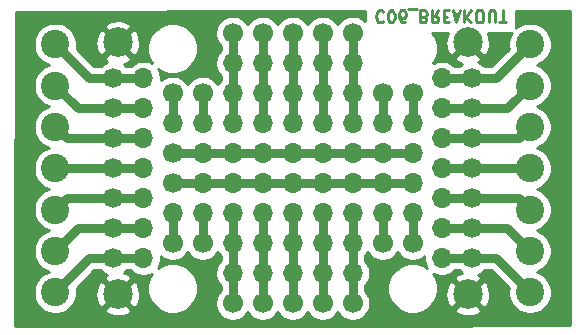
<source format=gbr>
G04 #@! TF.GenerationSoftware,KiCad,Pcbnew,5.1.5-52549c5~86~ubuntu18.04.1*
G04 #@! TF.CreationDate,2020-09-19T01:12:01-05:00*
G04 #@! TF.ProjectId,C06,4330362e-6b69-4636-9164-5f7063625858,rev?*
G04 #@! TF.SameCoordinates,Original*
G04 #@! TF.FileFunction,Copper,L2,Bot*
G04 #@! TF.FilePolarity,Positive*
%FSLAX46Y46*%
G04 Gerber Fmt 4.6, Leading zero omitted, Abs format (unit mm)*
G04 Created by KiCad (PCBNEW 5.1.5-52549c5~86~ubuntu18.04.1) date 2020-09-19 01:12:01*
%MOMM*%
%LPD*%
G04 APERTURE LIST*
%ADD10C,0.250000*%
%ADD11C,2.499360*%
%ADD12O,1.700000X1.700000*%
%ADD13C,1.700000*%
%ADD14C,2.400000*%
%ADD15C,0.750000*%
%ADD16C,0.254000*%
G04 APERTURE END LIST*
D10*
X51808666Y-20699457D02*
X51761047Y-20651838D01*
X51618190Y-20604219D01*
X51522952Y-20604219D01*
X51380095Y-20651838D01*
X51284857Y-20747076D01*
X51237238Y-20842314D01*
X51189619Y-21032790D01*
X51189619Y-21175647D01*
X51237238Y-21366123D01*
X51284857Y-21461361D01*
X51380095Y-21556600D01*
X51522952Y-21604219D01*
X51618190Y-21604219D01*
X51761047Y-21556600D01*
X51808666Y-21508980D01*
X52427714Y-21604219D02*
X52522952Y-21604219D01*
X52618190Y-21556600D01*
X52665809Y-21508980D01*
X52713428Y-21413742D01*
X52761047Y-21223266D01*
X52761047Y-20985171D01*
X52713428Y-20794695D01*
X52665809Y-20699457D01*
X52618190Y-20651838D01*
X52522952Y-20604219D01*
X52427714Y-20604219D01*
X52332476Y-20651838D01*
X52284857Y-20699457D01*
X52237238Y-20794695D01*
X52189619Y-20985171D01*
X52189619Y-21223266D01*
X52237238Y-21413742D01*
X52284857Y-21508980D01*
X52332476Y-21556600D01*
X52427714Y-21604219D01*
X53618190Y-21604219D02*
X53427714Y-21604219D01*
X53332476Y-21556600D01*
X53284857Y-21508980D01*
X53189619Y-21366123D01*
X53142000Y-21175647D01*
X53142000Y-20794695D01*
X53189619Y-20699457D01*
X53237238Y-20651838D01*
X53332476Y-20604219D01*
X53522952Y-20604219D01*
X53618190Y-20651838D01*
X53665809Y-20699457D01*
X53713428Y-20794695D01*
X53713428Y-21032790D01*
X53665809Y-21128028D01*
X53618190Y-21175647D01*
X53522952Y-21223266D01*
X53332476Y-21223266D01*
X53237238Y-21175647D01*
X53189619Y-21128028D01*
X53142000Y-21032790D01*
X53903904Y-20508980D02*
X54665809Y-20508980D01*
X55237238Y-21128028D02*
X55380095Y-21080409D01*
X55427714Y-21032790D01*
X55475333Y-20937552D01*
X55475333Y-20794695D01*
X55427714Y-20699457D01*
X55380095Y-20651838D01*
X55284857Y-20604219D01*
X54903904Y-20604219D01*
X54903904Y-21604219D01*
X55237238Y-21604219D01*
X55332476Y-21556600D01*
X55380095Y-21508980D01*
X55427714Y-21413742D01*
X55427714Y-21318504D01*
X55380095Y-21223266D01*
X55332476Y-21175647D01*
X55237238Y-21128028D01*
X54903904Y-21128028D01*
X56475333Y-20604219D02*
X56142000Y-21080409D01*
X55903904Y-20604219D02*
X55903904Y-21604219D01*
X56284857Y-21604219D01*
X56380095Y-21556600D01*
X56427714Y-21508980D01*
X56475333Y-21413742D01*
X56475333Y-21270885D01*
X56427714Y-21175647D01*
X56380095Y-21128028D01*
X56284857Y-21080409D01*
X55903904Y-21080409D01*
X56903904Y-21128028D02*
X57237238Y-21128028D01*
X57380095Y-20604219D02*
X56903904Y-20604219D01*
X56903904Y-21604219D01*
X57380095Y-21604219D01*
X57761047Y-20889933D02*
X58237238Y-20889933D01*
X57665809Y-20604219D02*
X57999142Y-21604219D01*
X58332476Y-20604219D01*
X58665809Y-20604219D02*
X58665809Y-21604219D01*
X59237238Y-20604219D02*
X58808666Y-21175647D01*
X59237238Y-21604219D02*
X58665809Y-21032790D01*
X59856285Y-21604219D02*
X60046761Y-21604219D01*
X60142000Y-21556600D01*
X60237238Y-21461361D01*
X60284857Y-21270885D01*
X60284857Y-20937552D01*
X60237238Y-20747076D01*
X60142000Y-20651838D01*
X60046761Y-20604219D01*
X59856285Y-20604219D01*
X59761047Y-20651838D01*
X59665809Y-20747076D01*
X59618190Y-20937552D01*
X59618190Y-21270885D01*
X59665809Y-21461361D01*
X59761047Y-21556600D01*
X59856285Y-21604219D01*
X60713428Y-21604219D02*
X60713428Y-20794695D01*
X60761047Y-20699457D01*
X60808666Y-20651838D01*
X60903904Y-20604219D01*
X61094380Y-20604219D01*
X61189619Y-20651838D01*
X61237238Y-20699457D01*
X61284857Y-20794695D01*
X61284857Y-21604219D01*
X61618190Y-21604219D02*
X62189619Y-21604219D01*
X61903904Y-20604219D02*
X61903904Y-21604219D01*
D11*
X58948400Y-44622800D03*
X58948400Y-23317200D03*
X29311600Y-44622800D03*
X29311600Y-23317200D03*
D12*
X49210000Y-37780000D03*
X49210000Y-40320000D03*
X49210000Y-42860000D03*
D13*
X49210000Y-45400000D03*
D12*
X46670000Y-37780000D03*
X46670000Y-40320000D03*
X46670000Y-42860000D03*
D13*
X46670000Y-45400000D03*
D12*
X44130000Y-37780000D03*
X44130000Y-40320000D03*
X44130000Y-42860000D03*
D13*
X44130000Y-45400000D03*
D12*
X41590000Y-37780000D03*
X41590000Y-40320000D03*
X41590000Y-42860000D03*
D13*
X41590000Y-45400000D03*
D12*
X39050000Y-37780000D03*
X39050000Y-40320000D03*
X39050000Y-42860000D03*
D13*
X39050000Y-45400000D03*
D12*
X49210000Y-30160000D03*
X49210000Y-27620000D03*
X49210000Y-25080000D03*
D13*
X49210000Y-22540000D03*
D12*
X46670000Y-30160000D03*
X46670000Y-27620000D03*
X46670000Y-25080000D03*
D13*
X46670000Y-22540000D03*
D12*
X44130000Y-30160000D03*
X44130000Y-27620000D03*
X44130000Y-25080000D03*
D13*
X44130000Y-22540000D03*
D12*
X41590000Y-30160000D03*
X41590000Y-27620000D03*
X41590000Y-25080000D03*
D13*
X41590000Y-22540000D03*
D12*
X39050000Y-30160000D03*
X39050000Y-27620000D03*
X39050000Y-25080000D03*
D13*
X39050000Y-22540000D03*
D12*
X54290000Y-37780000D03*
D13*
X54290000Y-40320000D03*
D12*
X51750000Y-37780000D03*
D13*
X51750000Y-40320000D03*
D12*
X36510000Y-37780000D03*
D13*
X36510000Y-40320000D03*
D12*
X33970000Y-37780000D03*
D13*
X33970000Y-40320000D03*
D12*
X54290000Y-30160000D03*
D13*
X54290000Y-27620000D03*
D12*
X51750000Y-30160000D03*
D13*
X51750000Y-27620000D03*
D12*
X36510000Y-30160000D03*
D13*
X36510000Y-27620000D03*
D12*
X33970000Y-30160000D03*
D13*
X33970000Y-27620000D03*
D12*
X56764000Y-41590000D03*
D13*
X59304000Y-41590000D03*
D12*
X56764000Y-39050000D03*
D13*
X59304000Y-39050000D03*
D12*
X56764000Y-36510000D03*
D13*
X59304000Y-36510000D03*
D12*
X56764000Y-33970000D03*
D13*
X59304000Y-33970000D03*
D12*
X56764000Y-31430000D03*
D13*
X59304000Y-31430000D03*
D12*
X56764000Y-28890000D03*
D13*
X59304000Y-28890000D03*
D12*
X56764000Y-26350000D03*
D13*
X59304000Y-26350000D03*
D12*
X31496000Y-41590000D03*
D13*
X28956000Y-41590000D03*
D12*
X31496000Y-39050000D03*
D13*
X28956000Y-39050000D03*
D12*
X31496000Y-36510000D03*
D13*
X28956000Y-36510000D03*
D12*
X31496000Y-33970000D03*
D13*
X28956000Y-33970000D03*
D12*
X31496000Y-31430000D03*
D13*
X28956000Y-31430000D03*
D12*
X31496000Y-28890000D03*
D13*
X28956000Y-28890000D03*
D12*
X31496000Y-26350000D03*
D13*
X28956000Y-26350000D03*
D12*
X54290000Y-35240000D03*
X51750000Y-35240000D03*
X49210000Y-35240000D03*
X46670000Y-35240000D03*
X44130000Y-35240000D03*
X41590000Y-35240000D03*
X39050000Y-35240000D03*
X36510000Y-35240000D03*
D13*
X33970000Y-35240000D03*
D12*
X54290000Y-32700000D03*
X51750000Y-32700000D03*
X49210000Y-32700000D03*
X46670000Y-32700000D03*
X44130000Y-32700000D03*
X41590000Y-32700000D03*
X39050000Y-32700000D03*
X36510000Y-32700000D03*
D13*
X33970000Y-32700000D03*
D14*
X64226800Y-23470000D03*
X64226800Y-26970000D03*
X64226800Y-30470000D03*
X64226800Y-33970000D03*
X64226800Y-37470000D03*
X64226800Y-40970000D03*
X64226800Y-44470000D03*
X24033200Y-44470000D03*
X24033200Y-40970000D03*
X24033200Y-37470000D03*
X24033200Y-33970000D03*
X24033200Y-30470000D03*
X24033200Y-26970000D03*
X24033200Y-23470000D03*
D15*
X56764000Y-28890000D02*
X59304000Y-28890000D01*
X62306800Y-28890000D02*
X64226800Y-26970000D01*
X59304000Y-28890000D02*
X62306800Y-28890000D01*
X31496000Y-26350000D02*
X28956000Y-26350000D01*
X26913200Y-26350000D02*
X24033200Y-23470000D01*
X28956000Y-26350000D02*
X26913200Y-26350000D01*
X31496000Y-28890000D02*
X28956000Y-28890000D01*
X25953200Y-28890000D02*
X24033200Y-26970000D01*
X28956000Y-28890000D02*
X25953200Y-28890000D01*
X56764000Y-26350000D02*
X59304000Y-26350000D01*
X61346800Y-26350000D02*
X64226800Y-23470000D01*
X59304000Y-26350000D02*
X61346800Y-26350000D01*
X33970000Y-32700000D02*
X36510000Y-32700000D01*
X36510000Y-32700000D02*
X39050000Y-32700000D01*
X39050000Y-32700000D02*
X41590000Y-32700000D01*
X41590000Y-32700000D02*
X44130000Y-32700000D01*
X44130000Y-32700000D02*
X46670000Y-32700000D01*
X46670000Y-32700000D02*
X49210000Y-32700000D01*
X49210000Y-32700000D02*
X51750000Y-32700000D01*
X51750000Y-32700000D02*
X54290000Y-32700000D01*
X33970000Y-35240000D02*
X36510000Y-35240000D01*
X36510000Y-35240000D02*
X39050000Y-35240000D01*
X39050000Y-35240000D02*
X41590000Y-35240000D01*
X44130000Y-35240000D02*
X41590000Y-35240000D01*
X44130000Y-35240000D02*
X46670000Y-35240000D01*
X46670000Y-35240000D02*
X49210000Y-35240000D01*
X49210000Y-35240000D02*
X51750000Y-35240000D01*
X51750000Y-35240000D02*
X54290000Y-35240000D01*
X33970000Y-30160000D02*
X33970000Y-27620000D01*
X36510000Y-30160000D02*
X36510000Y-27620000D01*
X31496000Y-31430000D02*
X28956000Y-31430000D01*
X24993200Y-31430000D02*
X24033200Y-30470000D01*
X28956000Y-31430000D02*
X24993200Y-31430000D01*
X31496000Y-33970000D02*
X28956000Y-33970000D01*
X28956000Y-33970000D02*
X24033200Y-33970000D01*
X31496000Y-36510000D02*
X28956000Y-36510000D01*
X24993200Y-36510000D02*
X24033200Y-37470000D01*
X28956000Y-36510000D02*
X24993200Y-36510000D01*
X31496000Y-39050000D02*
X28956000Y-39050000D01*
X25953200Y-39050000D02*
X24033200Y-40970000D01*
X28956000Y-39050000D02*
X25953200Y-39050000D01*
X31496000Y-41590000D02*
X28956000Y-41590000D01*
X26913200Y-41590000D02*
X24033200Y-44470000D01*
X28956000Y-41590000D02*
X26913200Y-41590000D01*
X56764000Y-31430000D02*
X59304000Y-31430000D01*
X63266800Y-31430000D02*
X64226800Y-30470000D01*
X59304000Y-31430000D02*
X63266800Y-31430000D01*
X56764000Y-33970000D02*
X59304000Y-33970000D01*
X59304000Y-33970000D02*
X64226800Y-33970000D01*
X56764000Y-36510000D02*
X59304000Y-36510000D01*
X63266800Y-36510000D02*
X64226800Y-37470000D01*
X59304000Y-36510000D02*
X63266800Y-36510000D01*
X56764000Y-39050000D02*
X59304000Y-39050000D01*
X62306800Y-39050000D02*
X64226800Y-40970000D01*
X59304000Y-39050000D02*
X62306800Y-39050000D01*
X56764000Y-41590000D02*
X59304000Y-41590000D01*
X61346800Y-41590000D02*
X64226800Y-44470000D01*
X59304000Y-41590000D02*
X61346800Y-41590000D01*
X51750000Y-27620000D02*
X51750000Y-30160000D01*
X54290000Y-27620000D02*
X54290000Y-30160000D01*
X33970000Y-37780000D02*
X33970000Y-40320000D01*
X36510000Y-37780000D02*
X36510000Y-40320000D01*
X51750000Y-40320000D02*
X51750000Y-37780000D01*
X54290000Y-37780000D02*
X54290000Y-40320000D01*
X39050000Y-30160000D02*
X39050000Y-27620000D01*
X39050000Y-27620000D02*
X39050000Y-25080000D01*
X39050000Y-25080000D02*
X39050000Y-22540000D01*
X41590000Y-22540000D02*
X41590000Y-25080000D01*
X41590000Y-25080000D02*
X41590000Y-27620000D01*
X41590000Y-27620000D02*
X41590000Y-30160000D01*
X44130000Y-30160000D02*
X44130000Y-27620000D01*
X44130000Y-27620000D02*
X44130000Y-25080000D01*
X44130000Y-25080000D02*
X44130000Y-22540000D01*
X46670000Y-22540000D02*
X46670000Y-25080000D01*
X46670000Y-25080000D02*
X46670000Y-27620000D01*
X46670000Y-27620000D02*
X46670000Y-30160000D01*
X49210000Y-30160000D02*
X49210000Y-27620000D01*
X49210000Y-27620000D02*
X49210000Y-25080000D01*
X49210000Y-25080000D02*
X49210000Y-22540000D01*
X39050000Y-37780000D02*
X39050000Y-40320000D01*
X39050000Y-40320000D02*
X39050000Y-42860000D01*
X39050000Y-42860000D02*
X39050000Y-45400000D01*
X41590000Y-45400000D02*
X41590000Y-42860000D01*
X41590000Y-42860000D02*
X41590000Y-40320000D01*
X41590000Y-40320000D02*
X41590000Y-37780000D01*
X44130000Y-37780000D02*
X44130000Y-40320000D01*
X44130000Y-40320000D02*
X44130000Y-42860000D01*
X44130000Y-42860000D02*
X44130000Y-45400000D01*
X46670000Y-45400000D02*
X46670000Y-42860000D01*
X46670000Y-42860000D02*
X46670000Y-40320000D01*
X46670000Y-40320000D02*
X46670000Y-37780000D01*
X49210000Y-37780000D02*
X49210000Y-40320000D01*
X49210000Y-40320000D02*
X49210000Y-42860000D01*
X49210000Y-42860000D02*
X49210000Y-45400000D01*
D16*
G36*
X50239143Y-21469036D02*
G01*
X50156632Y-21386525D01*
X49913411Y-21224010D01*
X49643158Y-21112068D01*
X49356260Y-21055000D01*
X49063740Y-21055000D01*
X48776842Y-21112068D01*
X48506589Y-21224010D01*
X48263368Y-21386525D01*
X48056525Y-21593368D01*
X47940000Y-21767760D01*
X47823475Y-21593368D01*
X47616632Y-21386525D01*
X47373411Y-21224010D01*
X47103158Y-21112068D01*
X46816260Y-21055000D01*
X46523740Y-21055000D01*
X46236842Y-21112068D01*
X45966589Y-21224010D01*
X45723368Y-21386525D01*
X45516525Y-21593368D01*
X45400000Y-21767760D01*
X45283475Y-21593368D01*
X45076632Y-21386525D01*
X44833411Y-21224010D01*
X44563158Y-21112068D01*
X44276260Y-21055000D01*
X43983740Y-21055000D01*
X43696842Y-21112068D01*
X43426589Y-21224010D01*
X43183368Y-21386525D01*
X42976525Y-21593368D01*
X42860000Y-21767760D01*
X42743475Y-21593368D01*
X42536632Y-21386525D01*
X42293411Y-21224010D01*
X42023158Y-21112068D01*
X41736260Y-21055000D01*
X41443740Y-21055000D01*
X41156842Y-21112068D01*
X40886589Y-21224010D01*
X40643368Y-21386525D01*
X40436525Y-21593368D01*
X40320000Y-21767760D01*
X40203475Y-21593368D01*
X39996632Y-21386525D01*
X39753411Y-21224010D01*
X39483158Y-21112068D01*
X39196260Y-21055000D01*
X38903740Y-21055000D01*
X38616842Y-21112068D01*
X38346589Y-21224010D01*
X38103368Y-21386525D01*
X37896525Y-21593368D01*
X37734010Y-21836589D01*
X37622068Y-22106842D01*
X37565000Y-22393740D01*
X37565000Y-22686260D01*
X37622068Y-22973158D01*
X37734010Y-23243411D01*
X37896525Y-23486632D01*
X38040001Y-23630108D01*
X38040000Y-23989893D01*
X37896525Y-24133368D01*
X37734010Y-24376589D01*
X37622068Y-24646842D01*
X37565000Y-24933740D01*
X37565000Y-25226260D01*
X37622068Y-25513158D01*
X37734010Y-25783411D01*
X37896525Y-26026632D01*
X38040001Y-26170108D01*
X38040000Y-26529893D01*
X37896525Y-26673368D01*
X37780000Y-26847760D01*
X37663475Y-26673368D01*
X37456632Y-26466525D01*
X37213411Y-26304010D01*
X36943158Y-26192068D01*
X36656260Y-26135000D01*
X36363740Y-26135000D01*
X36076842Y-26192068D01*
X35806589Y-26304010D01*
X35563368Y-26466525D01*
X35356525Y-26673368D01*
X35240000Y-26847760D01*
X35123475Y-26673368D01*
X34916632Y-26466525D01*
X34673411Y-26304010D01*
X34403158Y-26192068D01*
X34116260Y-26135000D01*
X33823740Y-26135000D01*
X33536842Y-26192068D01*
X33266589Y-26304010D01*
X33023368Y-26466525D01*
X32977863Y-26512030D01*
X32981000Y-26496260D01*
X32981000Y-26203740D01*
X32923932Y-25916842D01*
X32811990Y-25646589D01*
X32760563Y-25569622D01*
X32958698Y-25702012D01*
X33347244Y-25862953D01*
X33759721Y-25945000D01*
X34180279Y-25945000D01*
X34592756Y-25862953D01*
X34981302Y-25702012D01*
X35330983Y-25468363D01*
X35628363Y-25170983D01*
X35862012Y-24821302D01*
X36022953Y-24432756D01*
X36105000Y-24020279D01*
X36105000Y-23599721D01*
X36022953Y-23187244D01*
X35862012Y-22798698D01*
X35628363Y-22449017D01*
X35330983Y-22151637D01*
X34981302Y-21917988D01*
X34592756Y-21757047D01*
X34180279Y-21675000D01*
X33759721Y-21675000D01*
X33347244Y-21757047D01*
X32958698Y-21917988D01*
X32609017Y-22151637D01*
X32311637Y-22449017D01*
X32077988Y-22798698D01*
X31917047Y-23187244D01*
X31835000Y-23599721D01*
X31835000Y-24020279D01*
X31917047Y-24432756D01*
X32077988Y-24821302D01*
X32236814Y-25059002D01*
X32199411Y-25034010D01*
X31929158Y-24922068D01*
X31642260Y-24865000D01*
X31349740Y-24865000D01*
X31062842Y-24922068D01*
X30792589Y-25034010D01*
X30549368Y-25196525D01*
X30405893Y-25340000D01*
X30046107Y-25340000D01*
X29902632Y-25196525D01*
X29813123Y-25136717D01*
X30084751Y-25045989D01*
X30319496Y-24920515D01*
X30445371Y-24630577D01*
X29311600Y-23496805D01*
X28177829Y-24630577D01*
X28303704Y-24920515D01*
X28404775Y-24970973D01*
X28252589Y-25034010D01*
X28009368Y-25196525D01*
X27865893Y-25340000D01*
X27331555Y-25340000D01*
X25830719Y-23839164D01*
X25868200Y-23650732D01*
X25868200Y-23369919D01*
X27418535Y-23369919D01*
X27465195Y-23738225D01*
X27582811Y-24090351D01*
X27708285Y-24325096D01*
X27998223Y-24450971D01*
X29131995Y-23317200D01*
X29491205Y-23317200D01*
X30624977Y-24450971D01*
X30914915Y-24325096D01*
X31080739Y-23992938D01*
X31178575Y-23634813D01*
X31204665Y-23264481D01*
X31158005Y-22896175D01*
X31040389Y-22544049D01*
X30914915Y-22309304D01*
X30624977Y-22183429D01*
X29491205Y-23317200D01*
X29131995Y-23317200D01*
X27998223Y-22183429D01*
X27708285Y-22309304D01*
X27542461Y-22641462D01*
X27444625Y-22999587D01*
X27418535Y-23369919D01*
X25868200Y-23369919D01*
X25868200Y-23289268D01*
X25797682Y-22934750D01*
X25659356Y-22600801D01*
X25458538Y-22300256D01*
X25202944Y-22044662D01*
X25141825Y-22003823D01*
X28177829Y-22003823D01*
X29311600Y-23137595D01*
X30445371Y-22003823D01*
X30319496Y-21713885D01*
X29987338Y-21548061D01*
X29629213Y-21450225D01*
X29258881Y-21424135D01*
X28890575Y-21470795D01*
X28538449Y-21588411D01*
X28303704Y-21713885D01*
X28177829Y-22003823D01*
X25141825Y-22003823D01*
X24902399Y-21843844D01*
X24568450Y-21705518D01*
X24213932Y-21635000D01*
X23852468Y-21635000D01*
X23497950Y-21705518D01*
X23164001Y-21843844D01*
X22863456Y-22044662D01*
X22607862Y-22300256D01*
X22407044Y-22600801D01*
X22268718Y-22934750D01*
X22198200Y-23289268D01*
X22198200Y-23650732D01*
X22268718Y-24005250D01*
X22407044Y-24339199D01*
X22607862Y-24639744D01*
X22863456Y-24895338D01*
X23164001Y-25096156D01*
X23462987Y-25220000D01*
X23164001Y-25343844D01*
X22863456Y-25544662D01*
X22607862Y-25800256D01*
X22407044Y-26100801D01*
X22268718Y-26434750D01*
X22198200Y-26789268D01*
X22198200Y-27150732D01*
X22268718Y-27505250D01*
X22407044Y-27839199D01*
X22607862Y-28139744D01*
X22863456Y-28395338D01*
X23164001Y-28596156D01*
X23462987Y-28720000D01*
X23164001Y-28843844D01*
X22863456Y-29044662D01*
X22607862Y-29300256D01*
X22407044Y-29600801D01*
X22268718Y-29934750D01*
X22198200Y-30289268D01*
X22198200Y-30650732D01*
X22268718Y-31005250D01*
X22407044Y-31339199D01*
X22607862Y-31639744D01*
X22863456Y-31895338D01*
X23164001Y-32096156D01*
X23462987Y-32220000D01*
X23164001Y-32343844D01*
X22863456Y-32544662D01*
X22607862Y-32800256D01*
X22407044Y-33100801D01*
X22268718Y-33434750D01*
X22198200Y-33789268D01*
X22198200Y-34150732D01*
X22268718Y-34505250D01*
X22407044Y-34839199D01*
X22607862Y-35139744D01*
X22863456Y-35395338D01*
X23164001Y-35596156D01*
X23462987Y-35720000D01*
X23164001Y-35843844D01*
X22863456Y-36044662D01*
X22607862Y-36300256D01*
X22407044Y-36600801D01*
X22268718Y-36934750D01*
X22198200Y-37289268D01*
X22198200Y-37650732D01*
X22268718Y-38005250D01*
X22407044Y-38339199D01*
X22607862Y-38639744D01*
X22863456Y-38895338D01*
X23164001Y-39096156D01*
X23462987Y-39220000D01*
X23164001Y-39343844D01*
X22863456Y-39544662D01*
X22607862Y-39800256D01*
X22407044Y-40100801D01*
X22268718Y-40434750D01*
X22198200Y-40789268D01*
X22198200Y-41150732D01*
X22268718Y-41505250D01*
X22407044Y-41839199D01*
X22607862Y-42139744D01*
X22863456Y-42395338D01*
X23164001Y-42596156D01*
X23462987Y-42720000D01*
X23164001Y-42843844D01*
X22863456Y-43044662D01*
X22607862Y-43300256D01*
X22407044Y-43600801D01*
X22268718Y-43934750D01*
X22198200Y-44289268D01*
X22198200Y-44650732D01*
X22268718Y-45005250D01*
X22407044Y-45339199D01*
X22607862Y-45639744D01*
X22863456Y-45895338D01*
X23164001Y-46096156D01*
X23497950Y-46234482D01*
X23852468Y-46305000D01*
X24213932Y-46305000D01*
X24568450Y-46234482D01*
X24902399Y-46096156D01*
X25141824Y-45936177D01*
X28177829Y-45936177D01*
X28303704Y-46226115D01*
X28635862Y-46391939D01*
X28993987Y-46489775D01*
X29364319Y-46515865D01*
X29732625Y-46469205D01*
X30084751Y-46351589D01*
X30319496Y-46226115D01*
X30445371Y-45936177D01*
X29311600Y-44802405D01*
X28177829Y-45936177D01*
X25141824Y-45936177D01*
X25202944Y-45895338D01*
X25458538Y-45639744D01*
X25659356Y-45339199D01*
X25797682Y-45005250D01*
X25863269Y-44675519D01*
X27418535Y-44675519D01*
X27465195Y-45043825D01*
X27582811Y-45395951D01*
X27708285Y-45630696D01*
X27998223Y-45756571D01*
X29131995Y-44622800D01*
X29491205Y-44622800D01*
X30624977Y-45756571D01*
X30914915Y-45630696D01*
X31080739Y-45298538D01*
X31178575Y-44940413D01*
X31204665Y-44570081D01*
X31158005Y-44201775D01*
X31040389Y-43849649D01*
X30914915Y-43614904D01*
X30624977Y-43489029D01*
X29491205Y-44622800D01*
X29131995Y-44622800D01*
X27998223Y-43489029D01*
X27708285Y-43614904D01*
X27542461Y-43947062D01*
X27444625Y-44305187D01*
X27418535Y-44675519D01*
X25863269Y-44675519D01*
X25868200Y-44650732D01*
X25868200Y-44289268D01*
X25830719Y-44100836D01*
X27331555Y-42600000D01*
X27865893Y-42600000D01*
X28009368Y-42743475D01*
X28252589Y-42905990D01*
X28401016Y-42967470D01*
X28303704Y-43019485D01*
X28177829Y-43309423D01*
X29311600Y-44443195D01*
X30445371Y-43309423D01*
X30319496Y-43019485D01*
X29987338Y-42853661D01*
X29810165Y-42805259D01*
X29902632Y-42743475D01*
X30046107Y-42600000D01*
X30405893Y-42600000D01*
X30549368Y-42743475D01*
X30792589Y-42905990D01*
X31062842Y-43017932D01*
X31349740Y-43075000D01*
X31642260Y-43075000D01*
X31929158Y-43017932D01*
X32199411Y-42905990D01*
X32236814Y-42880998D01*
X32077988Y-43118698D01*
X31917047Y-43507244D01*
X31835000Y-43919721D01*
X31835000Y-44340279D01*
X31917047Y-44752756D01*
X32077988Y-45141302D01*
X32311637Y-45490983D01*
X32609017Y-45788363D01*
X32958698Y-46022012D01*
X33347244Y-46182953D01*
X33759721Y-46265000D01*
X34180279Y-46265000D01*
X34592756Y-46182953D01*
X34981302Y-46022012D01*
X35330983Y-45788363D01*
X35628363Y-45490983D01*
X35862012Y-45141302D01*
X36022953Y-44752756D01*
X36105000Y-44340279D01*
X36105000Y-43919721D01*
X36022953Y-43507244D01*
X35862012Y-43118698D01*
X35628363Y-42769017D01*
X35330983Y-42471637D01*
X34981302Y-42237988D01*
X34592756Y-42077047D01*
X34180279Y-41995000D01*
X33759721Y-41995000D01*
X33347244Y-42077047D01*
X32958698Y-42237988D01*
X32760563Y-42370378D01*
X32811990Y-42293411D01*
X32923932Y-42023158D01*
X32981000Y-41736260D01*
X32981000Y-41443740D01*
X32977863Y-41427970D01*
X33023368Y-41473475D01*
X33266589Y-41635990D01*
X33536842Y-41747932D01*
X33823740Y-41805000D01*
X34116260Y-41805000D01*
X34403158Y-41747932D01*
X34673411Y-41635990D01*
X34916632Y-41473475D01*
X35123475Y-41266632D01*
X35240000Y-41092240D01*
X35356525Y-41266632D01*
X35563368Y-41473475D01*
X35806589Y-41635990D01*
X36076842Y-41747932D01*
X36363740Y-41805000D01*
X36656260Y-41805000D01*
X36943158Y-41747932D01*
X37213411Y-41635990D01*
X37456632Y-41473475D01*
X37663475Y-41266632D01*
X37780000Y-41092240D01*
X37896525Y-41266632D01*
X38040000Y-41410107D01*
X38040001Y-41769892D01*
X37896525Y-41913368D01*
X37734010Y-42156589D01*
X37622068Y-42426842D01*
X37565000Y-42713740D01*
X37565000Y-43006260D01*
X37622068Y-43293158D01*
X37734010Y-43563411D01*
X37896525Y-43806632D01*
X38040000Y-43950107D01*
X38040001Y-44309892D01*
X37896525Y-44453368D01*
X37734010Y-44696589D01*
X37622068Y-44966842D01*
X37565000Y-45253740D01*
X37565000Y-45546260D01*
X37622068Y-45833158D01*
X37734010Y-46103411D01*
X37896525Y-46346632D01*
X38103368Y-46553475D01*
X38346589Y-46715990D01*
X38616842Y-46827932D01*
X38903740Y-46885000D01*
X39196260Y-46885000D01*
X39483158Y-46827932D01*
X39753411Y-46715990D01*
X39996632Y-46553475D01*
X40203475Y-46346632D01*
X40320000Y-46172240D01*
X40436525Y-46346632D01*
X40643368Y-46553475D01*
X40886589Y-46715990D01*
X41156842Y-46827932D01*
X41443740Y-46885000D01*
X41736260Y-46885000D01*
X42023158Y-46827932D01*
X42293411Y-46715990D01*
X42536632Y-46553475D01*
X42743475Y-46346632D01*
X42860000Y-46172240D01*
X42976525Y-46346632D01*
X43183368Y-46553475D01*
X43426589Y-46715990D01*
X43696842Y-46827932D01*
X43983740Y-46885000D01*
X44276260Y-46885000D01*
X44563158Y-46827932D01*
X44833411Y-46715990D01*
X45076632Y-46553475D01*
X45283475Y-46346632D01*
X45400000Y-46172240D01*
X45516525Y-46346632D01*
X45723368Y-46553475D01*
X45966589Y-46715990D01*
X46236842Y-46827932D01*
X46523740Y-46885000D01*
X46816260Y-46885000D01*
X47103158Y-46827932D01*
X47373411Y-46715990D01*
X47616632Y-46553475D01*
X47823475Y-46346632D01*
X47940000Y-46172240D01*
X48056525Y-46346632D01*
X48263368Y-46553475D01*
X48506589Y-46715990D01*
X48776842Y-46827932D01*
X49063740Y-46885000D01*
X49356260Y-46885000D01*
X49643158Y-46827932D01*
X49913411Y-46715990D01*
X50156632Y-46553475D01*
X50363475Y-46346632D01*
X50525990Y-46103411D01*
X50637932Y-45833158D01*
X50695000Y-45546260D01*
X50695000Y-45253740D01*
X50637932Y-44966842D01*
X50525990Y-44696589D01*
X50363475Y-44453368D01*
X50220000Y-44309893D01*
X50220000Y-43950107D01*
X50363475Y-43806632D01*
X50525990Y-43563411D01*
X50637932Y-43293158D01*
X50695000Y-43006260D01*
X50695000Y-42713740D01*
X50637932Y-42426842D01*
X50525990Y-42156589D01*
X50363475Y-41913368D01*
X50220000Y-41769893D01*
X50220000Y-41410107D01*
X50363475Y-41266632D01*
X50480000Y-41092240D01*
X50596525Y-41266632D01*
X50803368Y-41473475D01*
X51046589Y-41635990D01*
X51316842Y-41747932D01*
X51603740Y-41805000D01*
X51896260Y-41805000D01*
X52183158Y-41747932D01*
X52453411Y-41635990D01*
X52696632Y-41473475D01*
X52903475Y-41266632D01*
X53020000Y-41092240D01*
X53136525Y-41266632D01*
X53343368Y-41473475D01*
X53586589Y-41635990D01*
X53856842Y-41747932D01*
X54143740Y-41805000D01*
X54436260Y-41805000D01*
X54723158Y-41747932D01*
X54993411Y-41635990D01*
X55236632Y-41473475D01*
X55282137Y-41427970D01*
X55279000Y-41443740D01*
X55279000Y-41736260D01*
X55336068Y-42023158D01*
X55448010Y-42293411D01*
X55499437Y-42370378D01*
X55301302Y-42237988D01*
X54912756Y-42077047D01*
X54500279Y-41995000D01*
X54079721Y-41995000D01*
X53667244Y-42077047D01*
X53278698Y-42237988D01*
X52929017Y-42471637D01*
X52631637Y-42769017D01*
X52397988Y-43118698D01*
X52237047Y-43507244D01*
X52155000Y-43919721D01*
X52155000Y-44340279D01*
X52237047Y-44752756D01*
X52397988Y-45141302D01*
X52631637Y-45490983D01*
X52929017Y-45788363D01*
X53278698Y-46022012D01*
X53667244Y-46182953D01*
X54079721Y-46265000D01*
X54500279Y-46265000D01*
X54912756Y-46182953D01*
X55301302Y-46022012D01*
X55429763Y-45936177D01*
X57814629Y-45936177D01*
X57940504Y-46226115D01*
X58272662Y-46391939D01*
X58630787Y-46489775D01*
X59001119Y-46515865D01*
X59369425Y-46469205D01*
X59721551Y-46351589D01*
X59956296Y-46226115D01*
X60082171Y-45936177D01*
X58948400Y-44802405D01*
X57814629Y-45936177D01*
X55429763Y-45936177D01*
X55650983Y-45788363D01*
X55948363Y-45490983D01*
X56182012Y-45141302D01*
X56342953Y-44752756D01*
X56358316Y-44675519D01*
X57055335Y-44675519D01*
X57101995Y-45043825D01*
X57219611Y-45395951D01*
X57345085Y-45630696D01*
X57635023Y-45756571D01*
X58768795Y-44622800D01*
X59128005Y-44622800D01*
X60261777Y-45756571D01*
X60551715Y-45630696D01*
X60717539Y-45298538D01*
X60815375Y-44940413D01*
X60841465Y-44570081D01*
X60794805Y-44201775D01*
X60677189Y-43849649D01*
X60551715Y-43614904D01*
X60261777Y-43489029D01*
X59128005Y-44622800D01*
X58768795Y-44622800D01*
X57635023Y-43489029D01*
X57345085Y-43614904D01*
X57179261Y-43947062D01*
X57081425Y-44305187D01*
X57055335Y-44675519D01*
X56358316Y-44675519D01*
X56425000Y-44340279D01*
X56425000Y-43919721D01*
X56342953Y-43507244D01*
X56182012Y-43118698D01*
X56023186Y-42880998D01*
X56060589Y-42905990D01*
X56330842Y-43017932D01*
X56617740Y-43075000D01*
X56910260Y-43075000D01*
X57197158Y-43017932D01*
X57467411Y-42905990D01*
X57710632Y-42743475D01*
X57854107Y-42600000D01*
X58213893Y-42600000D01*
X58357368Y-42743475D01*
X58446877Y-42803283D01*
X58175249Y-42894011D01*
X57940504Y-43019485D01*
X57814629Y-43309423D01*
X58948400Y-44443195D01*
X60082171Y-43309423D01*
X59956296Y-43019485D01*
X59855225Y-42969027D01*
X60007411Y-42905990D01*
X60250632Y-42743475D01*
X60394107Y-42600000D01*
X60928445Y-42600000D01*
X62429281Y-44100836D01*
X62391800Y-44289268D01*
X62391800Y-44650732D01*
X62462318Y-45005250D01*
X62600644Y-45339199D01*
X62801462Y-45639744D01*
X63057056Y-45895338D01*
X63357601Y-46096156D01*
X63691550Y-46234482D01*
X64046068Y-46305000D01*
X64407532Y-46305000D01*
X64762050Y-46234482D01*
X65095999Y-46096156D01*
X65396544Y-45895338D01*
X65652138Y-45639744D01*
X65852956Y-45339199D01*
X65991282Y-45005250D01*
X66061800Y-44650732D01*
X66061800Y-44289268D01*
X65991282Y-43934750D01*
X65852956Y-43600801D01*
X65652138Y-43300256D01*
X65396544Y-43044662D01*
X65095999Y-42843844D01*
X64797013Y-42720000D01*
X65095999Y-42596156D01*
X65396544Y-42395338D01*
X65652138Y-42139744D01*
X65852956Y-41839199D01*
X65991282Y-41505250D01*
X66061800Y-41150732D01*
X66061800Y-40789268D01*
X65991282Y-40434750D01*
X65852956Y-40100801D01*
X65652138Y-39800256D01*
X65396544Y-39544662D01*
X65095999Y-39343844D01*
X64797013Y-39220000D01*
X65095999Y-39096156D01*
X65396544Y-38895338D01*
X65652138Y-38639744D01*
X65852956Y-38339199D01*
X65991282Y-38005250D01*
X66061800Y-37650732D01*
X66061800Y-37289268D01*
X65991282Y-36934750D01*
X65852956Y-36600801D01*
X65652138Y-36300256D01*
X65396544Y-36044662D01*
X65095999Y-35843844D01*
X64797013Y-35720000D01*
X65095999Y-35596156D01*
X65396544Y-35395338D01*
X65652138Y-35139744D01*
X65852956Y-34839199D01*
X65991282Y-34505250D01*
X66061800Y-34150732D01*
X66061800Y-33789268D01*
X65991282Y-33434750D01*
X65852956Y-33100801D01*
X65652138Y-32800256D01*
X65396544Y-32544662D01*
X65095999Y-32343844D01*
X64797013Y-32220000D01*
X65095999Y-32096156D01*
X65396544Y-31895338D01*
X65652138Y-31639744D01*
X65852956Y-31339199D01*
X65991282Y-31005250D01*
X66061800Y-30650732D01*
X66061800Y-30289268D01*
X65991282Y-29934750D01*
X65852956Y-29600801D01*
X65652138Y-29300256D01*
X65396544Y-29044662D01*
X65095999Y-28843844D01*
X64797013Y-28720000D01*
X65095999Y-28596156D01*
X65396544Y-28395338D01*
X65652138Y-28139744D01*
X65852956Y-27839199D01*
X65991282Y-27505250D01*
X66061800Y-27150732D01*
X66061800Y-26789268D01*
X65991282Y-26434750D01*
X65852956Y-26100801D01*
X65652138Y-25800256D01*
X65396544Y-25544662D01*
X65095999Y-25343844D01*
X64797013Y-25220000D01*
X65095999Y-25096156D01*
X65396544Y-24895338D01*
X65652138Y-24639744D01*
X65852956Y-24339199D01*
X65991282Y-24005250D01*
X66061800Y-23650732D01*
X66061800Y-23289268D01*
X65991282Y-22934750D01*
X65852956Y-22600801D01*
X65652138Y-22300256D01*
X65396544Y-22044662D01*
X65095999Y-21843844D01*
X64762050Y-21705518D01*
X64407532Y-21635000D01*
X64046068Y-21635000D01*
X63691550Y-21705518D01*
X63357601Y-21843844D01*
X63057056Y-22044662D01*
X63044857Y-22056861D01*
X63044857Y-20660000D01*
X67600000Y-20660000D01*
X67600001Y-36155823D01*
X67589520Y-47244273D01*
X50994178Y-47280000D01*
X20660000Y-47280000D01*
X20660000Y-42283818D01*
X20700761Y-20700796D01*
X45953436Y-20660000D01*
X50239143Y-20660000D01*
X50239143Y-21469036D01*
G37*
X50239143Y-21469036D02*
X50156632Y-21386525D01*
X49913411Y-21224010D01*
X49643158Y-21112068D01*
X49356260Y-21055000D01*
X49063740Y-21055000D01*
X48776842Y-21112068D01*
X48506589Y-21224010D01*
X48263368Y-21386525D01*
X48056525Y-21593368D01*
X47940000Y-21767760D01*
X47823475Y-21593368D01*
X47616632Y-21386525D01*
X47373411Y-21224010D01*
X47103158Y-21112068D01*
X46816260Y-21055000D01*
X46523740Y-21055000D01*
X46236842Y-21112068D01*
X45966589Y-21224010D01*
X45723368Y-21386525D01*
X45516525Y-21593368D01*
X45400000Y-21767760D01*
X45283475Y-21593368D01*
X45076632Y-21386525D01*
X44833411Y-21224010D01*
X44563158Y-21112068D01*
X44276260Y-21055000D01*
X43983740Y-21055000D01*
X43696842Y-21112068D01*
X43426589Y-21224010D01*
X43183368Y-21386525D01*
X42976525Y-21593368D01*
X42860000Y-21767760D01*
X42743475Y-21593368D01*
X42536632Y-21386525D01*
X42293411Y-21224010D01*
X42023158Y-21112068D01*
X41736260Y-21055000D01*
X41443740Y-21055000D01*
X41156842Y-21112068D01*
X40886589Y-21224010D01*
X40643368Y-21386525D01*
X40436525Y-21593368D01*
X40320000Y-21767760D01*
X40203475Y-21593368D01*
X39996632Y-21386525D01*
X39753411Y-21224010D01*
X39483158Y-21112068D01*
X39196260Y-21055000D01*
X38903740Y-21055000D01*
X38616842Y-21112068D01*
X38346589Y-21224010D01*
X38103368Y-21386525D01*
X37896525Y-21593368D01*
X37734010Y-21836589D01*
X37622068Y-22106842D01*
X37565000Y-22393740D01*
X37565000Y-22686260D01*
X37622068Y-22973158D01*
X37734010Y-23243411D01*
X37896525Y-23486632D01*
X38040001Y-23630108D01*
X38040000Y-23989893D01*
X37896525Y-24133368D01*
X37734010Y-24376589D01*
X37622068Y-24646842D01*
X37565000Y-24933740D01*
X37565000Y-25226260D01*
X37622068Y-25513158D01*
X37734010Y-25783411D01*
X37896525Y-26026632D01*
X38040001Y-26170108D01*
X38040000Y-26529893D01*
X37896525Y-26673368D01*
X37780000Y-26847760D01*
X37663475Y-26673368D01*
X37456632Y-26466525D01*
X37213411Y-26304010D01*
X36943158Y-26192068D01*
X36656260Y-26135000D01*
X36363740Y-26135000D01*
X36076842Y-26192068D01*
X35806589Y-26304010D01*
X35563368Y-26466525D01*
X35356525Y-26673368D01*
X35240000Y-26847760D01*
X35123475Y-26673368D01*
X34916632Y-26466525D01*
X34673411Y-26304010D01*
X34403158Y-26192068D01*
X34116260Y-26135000D01*
X33823740Y-26135000D01*
X33536842Y-26192068D01*
X33266589Y-26304010D01*
X33023368Y-26466525D01*
X32977863Y-26512030D01*
X32981000Y-26496260D01*
X32981000Y-26203740D01*
X32923932Y-25916842D01*
X32811990Y-25646589D01*
X32760563Y-25569622D01*
X32958698Y-25702012D01*
X33347244Y-25862953D01*
X33759721Y-25945000D01*
X34180279Y-25945000D01*
X34592756Y-25862953D01*
X34981302Y-25702012D01*
X35330983Y-25468363D01*
X35628363Y-25170983D01*
X35862012Y-24821302D01*
X36022953Y-24432756D01*
X36105000Y-24020279D01*
X36105000Y-23599721D01*
X36022953Y-23187244D01*
X35862012Y-22798698D01*
X35628363Y-22449017D01*
X35330983Y-22151637D01*
X34981302Y-21917988D01*
X34592756Y-21757047D01*
X34180279Y-21675000D01*
X33759721Y-21675000D01*
X33347244Y-21757047D01*
X32958698Y-21917988D01*
X32609017Y-22151637D01*
X32311637Y-22449017D01*
X32077988Y-22798698D01*
X31917047Y-23187244D01*
X31835000Y-23599721D01*
X31835000Y-24020279D01*
X31917047Y-24432756D01*
X32077988Y-24821302D01*
X32236814Y-25059002D01*
X32199411Y-25034010D01*
X31929158Y-24922068D01*
X31642260Y-24865000D01*
X31349740Y-24865000D01*
X31062842Y-24922068D01*
X30792589Y-25034010D01*
X30549368Y-25196525D01*
X30405893Y-25340000D01*
X30046107Y-25340000D01*
X29902632Y-25196525D01*
X29813123Y-25136717D01*
X30084751Y-25045989D01*
X30319496Y-24920515D01*
X30445371Y-24630577D01*
X29311600Y-23496805D01*
X28177829Y-24630577D01*
X28303704Y-24920515D01*
X28404775Y-24970973D01*
X28252589Y-25034010D01*
X28009368Y-25196525D01*
X27865893Y-25340000D01*
X27331555Y-25340000D01*
X25830719Y-23839164D01*
X25868200Y-23650732D01*
X25868200Y-23369919D01*
X27418535Y-23369919D01*
X27465195Y-23738225D01*
X27582811Y-24090351D01*
X27708285Y-24325096D01*
X27998223Y-24450971D01*
X29131995Y-23317200D01*
X29491205Y-23317200D01*
X30624977Y-24450971D01*
X30914915Y-24325096D01*
X31080739Y-23992938D01*
X31178575Y-23634813D01*
X31204665Y-23264481D01*
X31158005Y-22896175D01*
X31040389Y-22544049D01*
X30914915Y-22309304D01*
X30624977Y-22183429D01*
X29491205Y-23317200D01*
X29131995Y-23317200D01*
X27998223Y-22183429D01*
X27708285Y-22309304D01*
X27542461Y-22641462D01*
X27444625Y-22999587D01*
X27418535Y-23369919D01*
X25868200Y-23369919D01*
X25868200Y-23289268D01*
X25797682Y-22934750D01*
X25659356Y-22600801D01*
X25458538Y-22300256D01*
X25202944Y-22044662D01*
X25141825Y-22003823D01*
X28177829Y-22003823D01*
X29311600Y-23137595D01*
X30445371Y-22003823D01*
X30319496Y-21713885D01*
X29987338Y-21548061D01*
X29629213Y-21450225D01*
X29258881Y-21424135D01*
X28890575Y-21470795D01*
X28538449Y-21588411D01*
X28303704Y-21713885D01*
X28177829Y-22003823D01*
X25141825Y-22003823D01*
X24902399Y-21843844D01*
X24568450Y-21705518D01*
X24213932Y-21635000D01*
X23852468Y-21635000D01*
X23497950Y-21705518D01*
X23164001Y-21843844D01*
X22863456Y-22044662D01*
X22607862Y-22300256D01*
X22407044Y-22600801D01*
X22268718Y-22934750D01*
X22198200Y-23289268D01*
X22198200Y-23650732D01*
X22268718Y-24005250D01*
X22407044Y-24339199D01*
X22607862Y-24639744D01*
X22863456Y-24895338D01*
X23164001Y-25096156D01*
X23462987Y-25220000D01*
X23164001Y-25343844D01*
X22863456Y-25544662D01*
X22607862Y-25800256D01*
X22407044Y-26100801D01*
X22268718Y-26434750D01*
X22198200Y-26789268D01*
X22198200Y-27150732D01*
X22268718Y-27505250D01*
X22407044Y-27839199D01*
X22607862Y-28139744D01*
X22863456Y-28395338D01*
X23164001Y-28596156D01*
X23462987Y-28720000D01*
X23164001Y-28843844D01*
X22863456Y-29044662D01*
X22607862Y-29300256D01*
X22407044Y-29600801D01*
X22268718Y-29934750D01*
X22198200Y-30289268D01*
X22198200Y-30650732D01*
X22268718Y-31005250D01*
X22407044Y-31339199D01*
X22607862Y-31639744D01*
X22863456Y-31895338D01*
X23164001Y-32096156D01*
X23462987Y-32220000D01*
X23164001Y-32343844D01*
X22863456Y-32544662D01*
X22607862Y-32800256D01*
X22407044Y-33100801D01*
X22268718Y-33434750D01*
X22198200Y-33789268D01*
X22198200Y-34150732D01*
X22268718Y-34505250D01*
X22407044Y-34839199D01*
X22607862Y-35139744D01*
X22863456Y-35395338D01*
X23164001Y-35596156D01*
X23462987Y-35720000D01*
X23164001Y-35843844D01*
X22863456Y-36044662D01*
X22607862Y-36300256D01*
X22407044Y-36600801D01*
X22268718Y-36934750D01*
X22198200Y-37289268D01*
X22198200Y-37650732D01*
X22268718Y-38005250D01*
X22407044Y-38339199D01*
X22607862Y-38639744D01*
X22863456Y-38895338D01*
X23164001Y-39096156D01*
X23462987Y-39220000D01*
X23164001Y-39343844D01*
X22863456Y-39544662D01*
X22607862Y-39800256D01*
X22407044Y-40100801D01*
X22268718Y-40434750D01*
X22198200Y-40789268D01*
X22198200Y-41150732D01*
X22268718Y-41505250D01*
X22407044Y-41839199D01*
X22607862Y-42139744D01*
X22863456Y-42395338D01*
X23164001Y-42596156D01*
X23462987Y-42720000D01*
X23164001Y-42843844D01*
X22863456Y-43044662D01*
X22607862Y-43300256D01*
X22407044Y-43600801D01*
X22268718Y-43934750D01*
X22198200Y-44289268D01*
X22198200Y-44650732D01*
X22268718Y-45005250D01*
X22407044Y-45339199D01*
X22607862Y-45639744D01*
X22863456Y-45895338D01*
X23164001Y-46096156D01*
X23497950Y-46234482D01*
X23852468Y-46305000D01*
X24213932Y-46305000D01*
X24568450Y-46234482D01*
X24902399Y-46096156D01*
X25141824Y-45936177D01*
X28177829Y-45936177D01*
X28303704Y-46226115D01*
X28635862Y-46391939D01*
X28993987Y-46489775D01*
X29364319Y-46515865D01*
X29732625Y-46469205D01*
X30084751Y-46351589D01*
X30319496Y-46226115D01*
X30445371Y-45936177D01*
X29311600Y-44802405D01*
X28177829Y-45936177D01*
X25141824Y-45936177D01*
X25202944Y-45895338D01*
X25458538Y-45639744D01*
X25659356Y-45339199D01*
X25797682Y-45005250D01*
X25863269Y-44675519D01*
X27418535Y-44675519D01*
X27465195Y-45043825D01*
X27582811Y-45395951D01*
X27708285Y-45630696D01*
X27998223Y-45756571D01*
X29131995Y-44622800D01*
X29491205Y-44622800D01*
X30624977Y-45756571D01*
X30914915Y-45630696D01*
X31080739Y-45298538D01*
X31178575Y-44940413D01*
X31204665Y-44570081D01*
X31158005Y-44201775D01*
X31040389Y-43849649D01*
X30914915Y-43614904D01*
X30624977Y-43489029D01*
X29491205Y-44622800D01*
X29131995Y-44622800D01*
X27998223Y-43489029D01*
X27708285Y-43614904D01*
X27542461Y-43947062D01*
X27444625Y-44305187D01*
X27418535Y-44675519D01*
X25863269Y-44675519D01*
X25868200Y-44650732D01*
X25868200Y-44289268D01*
X25830719Y-44100836D01*
X27331555Y-42600000D01*
X27865893Y-42600000D01*
X28009368Y-42743475D01*
X28252589Y-42905990D01*
X28401016Y-42967470D01*
X28303704Y-43019485D01*
X28177829Y-43309423D01*
X29311600Y-44443195D01*
X30445371Y-43309423D01*
X30319496Y-43019485D01*
X29987338Y-42853661D01*
X29810165Y-42805259D01*
X29902632Y-42743475D01*
X30046107Y-42600000D01*
X30405893Y-42600000D01*
X30549368Y-42743475D01*
X30792589Y-42905990D01*
X31062842Y-43017932D01*
X31349740Y-43075000D01*
X31642260Y-43075000D01*
X31929158Y-43017932D01*
X32199411Y-42905990D01*
X32236814Y-42880998D01*
X32077988Y-43118698D01*
X31917047Y-43507244D01*
X31835000Y-43919721D01*
X31835000Y-44340279D01*
X31917047Y-44752756D01*
X32077988Y-45141302D01*
X32311637Y-45490983D01*
X32609017Y-45788363D01*
X32958698Y-46022012D01*
X33347244Y-46182953D01*
X33759721Y-46265000D01*
X34180279Y-46265000D01*
X34592756Y-46182953D01*
X34981302Y-46022012D01*
X35330983Y-45788363D01*
X35628363Y-45490983D01*
X35862012Y-45141302D01*
X36022953Y-44752756D01*
X36105000Y-44340279D01*
X36105000Y-43919721D01*
X36022953Y-43507244D01*
X35862012Y-43118698D01*
X35628363Y-42769017D01*
X35330983Y-42471637D01*
X34981302Y-42237988D01*
X34592756Y-42077047D01*
X34180279Y-41995000D01*
X33759721Y-41995000D01*
X33347244Y-42077047D01*
X32958698Y-42237988D01*
X32760563Y-42370378D01*
X32811990Y-42293411D01*
X32923932Y-42023158D01*
X32981000Y-41736260D01*
X32981000Y-41443740D01*
X32977863Y-41427970D01*
X33023368Y-41473475D01*
X33266589Y-41635990D01*
X33536842Y-41747932D01*
X33823740Y-41805000D01*
X34116260Y-41805000D01*
X34403158Y-41747932D01*
X34673411Y-41635990D01*
X34916632Y-41473475D01*
X35123475Y-41266632D01*
X35240000Y-41092240D01*
X35356525Y-41266632D01*
X35563368Y-41473475D01*
X35806589Y-41635990D01*
X36076842Y-41747932D01*
X36363740Y-41805000D01*
X36656260Y-41805000D01*
X36943158Y-41747932D01*
X37213411Y-41635990D01*
X37456632Y-41473475D01*
X37663475Y-41266632D01*
X37780000Y-41092240D01*
X37896525Y-41266632D01*
X38040000Y-41410107D01*
X38040001Y-41769892D01*
X37896525Y-41913368D01*
X37734010Y-42156589D01*
X37622068Y-42426842D01*
X37565000Y-42713740D01*
X37565000Y-43006260D01*
X37622068Y-43293158D01*
X37734010Y-43563411D01*
X37896525Y-43806632D01*
X38040000Y-43950107D01*
X38040001Y-44309892D01*
X37896525Y-44453368D01*
X37734010Y-44696589D01*
X37622068Y-44966842D01*
X37565000Y-45253740D01*
X37565000Y-45546260D01*
X37622068Y-45833158D01*
X37734010Y-46103411D01*
X37896525Y-46346632D01*
X38103368Y-46553475D01*
X38346589Y-46715990D01*
X38616842Y-46827932D01*
X38903740Y-46885000D01*
X39196260Y-46885000D01*
X39483158Y-46827932D01*
X39753411Y-46715990D01*
X39996632Y-46553475D01*
X40203475Y-46346632D01*
X40320000Y-46172240D01*
X40436525Y-46346632D01*
X40643368Y-46553475D01*
X40886589Y-46715990D01*
X41156842Y-46827932D01*
X41443740Y-46885000D01*
X41736260Y-46885000D01*
X42023158Y-46827932D01*
X42293411Y-46715990D01*
X42536632Y-46553475D01*
X42743475Y-46346632D01*
X42860000Y-46172240D01*
X42976525Y-46346632D01*
X43183368Y-46553475D01*
X43426589Y-46715990D01*
X43696842Y-46827932D01*
X43983740Y-46885000D01*
X44276260Y-46885000D01*
X44563158Y-46827932D01*
X44833411Y-46715990D01*
X45076632Y-46553475D01*
X45283475Y-46346632D01*
X45400000Y-46172240D01*
X45516525Y-46346632D01*
X45723368Y-46553475D01*
X45966589Y-46715990D01*
X46236842Y-46827932D01*
X46523740Y-46885000D01*
X46816260Y-46885000D01*
X47103158Y-46827932D01*
X47373411Y-46715990D01*
X47616632Y-46553475D01*
X47823475Y-46346632D01*
X47940000Y-46172240D01*
X48056525Y-46346632D01*
X48263368Y-46553475D01*
X48506589Y-46715990D01*
X48776842Y-46827932D01*
X49063740Y-46885000D01*
X49356260Y-46885000D01*
X49643158Y-46827932D01*
X49913411Y-46715990D01*
X50156632Y-46553475D01*
X50363475Y-46346632D01*
X50525990Y-46103411D01*
X50637932Y-45833158D01*
X50695000Y-45546260D01*
X50695000Y-45253740D01*
X50637932Y-44966842D01*
X50525990Y-44696589D01*
X50363475Y-44453368D01*
X50220000Y-44309893D01*
X50220000Y-43950107D01*
X50363475Y-43806632D01*
X50525990Y-43563411D01*
X50637932Y-43293158D01*
X50695000Y-43006260D01*
X50695000Y-42713740D01*
X50637932Y-42426842D01*
X50525990Y-42156589D01*
X50363475Y-41913368D01*
X50220000Y-41769893D01*
X50220000Y-41410107D01*
X50363475Y-41266632D01*
X50480000Y-41092240D01*
X50596525Y-41266632D01*
X50803368Y-41473475D01*
X51046589Y-41635990D01*
X51316842Y-41747932D01*
X51603740Y-41805000D01*
X51896260Y-41805000D01*
X52183158Y-41747932D01*
X52453411Y-41635990D01*
X52696632Y-41473475D01*
X52903475Y-41266632D01*
X53020000Y-41092240D01*
X53136525Y-41266632D01*
X53343368Y-41473475D01*
X53586589Y-41635990D01*
X53856842Y-41747932D01*
X54143740Y-41805000D01*
X54436260Y-41805000D01*
X54723158Y-41747932D01*
X54993411Y-41635990D01*
X55236632Y-41473475D01*
X55282137Y-41427970D01*
X55279000Y-41443740D01*
X55279000Y-41736260D01*
X55336068Y-42023158D01*
X55448010Y-42293411D01*
X55499437Y-42370378D01*
X55301302Y-42237988D01*
X54912756Y-42077047D01*
X54500279Y-41995000D01*
X54079721Y-41995000D01*
X53667244Y-42077047D01*
X53278698Y-42237988D01*
X52929017Y-42471637D01*
X52631637Y-42769017D01*
X52397988Y-43118698D01*
X52237047Y-43507244D01*
X52155000Y-43919721D01*
X52155000Y-44340279D01*
X52237047Y-44752756D01*
X52397988Y-45141302D01*
X52631637Y-45490983D01*
X52929017Y-45788363D01*
X53278698Y-46022012D01*
X53667244Y-46182953D01*
X54079721Y-46265000D01*
X54500279Y-46265000D01*
X54912756Y-46182953D01*
X55301302Y-46022012D01*
X55429763Y-45936177D01*
X57814629Y-45936177D01*
X57940504Y-46226115D01*
X58272662Y-46391939D01*
X58630787Y-46489775D01*
X59001119Y-46515865D01*
X59369425Y-46469205D01*
X59721551Y-46351589D01*
X59956296Y-46226115D01*
X60082171Y-45936177D01*
X58948400Y-44802405D01*
X57814629Y-45936177D01*
X55429763Y-45936177D01*
X55650983Y-45788363D01*
X55948363Y-45490983D01*
X56182012Y-45141302D01*
X56342953Y-44752756D01*
X56358316Y-44675519D01*
X57055335Y-44675519D01*
X57101995Y-45043825D01*
X57219611Y-45395951D01*
X57345085Y-45630696D01*
X57635023Y-45756571D01*
X58768795Y-44622800D01*
X59128005Y-44622800D01*
X60261777Y-45756571D01*
X60551715Y-45630696D01*
X60717539Y-45298538D01*
X60815375Y-44940413D01*
X60841465Y-44570081D01*
X60794805Y-44201775D01*
X60677189Y-43849649D01*
X60551715Y-43614904D01*
X60261777Y-43489029D01*
X59128005Y-44622800D01*
X58768795Y-44622800D01*
X57635023Y-43489029D01*
X57345085Y-43614904D01*
X57179261Y-43947062D01*
X57081425Y-44305187D01*
X57055335Y-44675519D01*
X56358316Y-44675519D01*
X56425000Y-44340279D01*
X56425000Y-43919721D01*
X56342953Y-43507244D01*
X56182012Y-43118698D01*
X56023186Y-42880998D01*
X56060589Y-42905990D01*
X56330842Y-43017932D01*
X56617740Y-43075000D01*
X56910260Y-43075000D01*
X57197158Y-43017932D01*
X57467411Y-42905990D01*
X57710632Y-42743475D01*
X57854107Y-42600000D01*
X58213893Y-42600000D01*
X58357368Y-42743475D01*
X58446877Y-42803283D01*
X58175249Y-42894011D01*
X57940504Y-43019485D01*
X57814629Y-43309423D01*
X58948400Y-44443195D01*
X60082171Y-43309423D01*
X59956296Y-43019485D01*
X59855225Y-42969027D01*
X60007411Y-42905990D01*
X60250632Y-42743475D01*
X60394107Y-42600000D01*
X60928445Y-42600000D01*
X62429281Y-44100836D01*
X62391800Y-44289268D01*
X62391800Y-44650732D01*
X62462318Y-45005250D01*
X62600644Y-45339199D01*
X62801462Y-45639744D01*
X63057056Y-45895338D01*
X63357601Y-46096156D01*
X63691550Y-46234482D01*
X64046068Y-46305000D01*
X64407532Y-46305000D01*
X64762050Y-46234482D01*
X65095999Y-46096156D01*
X65396544Y-45895338D01*
X65652138Y-45639744D01*
X65852956Y-45339199D01*
X65991282Y-45005250D01*
X66061800Y-44650732D01*
X66061800Y-44289268D01*
X65991282Y-43934750D01*
X65852956Y-43600801D01*
X65652138Y-43300256D01*
X65396544Y-43044662D01*
X65095999Y-42843844D01*
X64797013Y-42720000D01*
X65095999Y-42596156D01*
X65396544Y-42395338D01*
X65652138Y-42139744D01*
X65852956Y-41839199D01*
X65991282Y-41505250D01*
X66061800Y-41150732D01*
X66061800Y-40789268D01*
X65991282Y-40434750D01*
X65852956Y-40100801D01*
X65652138Y-39800256D01*
X65396544Y-39544662D01*
X65095999Y-39343844D01*
X64797013Y-39220000D01*
X65095999Y-39096156D01*
X65396544Y-38895338D01*
X65652138Y-38639744D01*
X65852956Y-38339199D01*
X65991282Y-38005250D01*
X66061800Y-37650732D01*
X66061800Y-37289268D01*
X65991282Y-36934750D01*
X65852956Y-36600801D01*
X65652138Y-36300256D01*
X65396544Y-36044662D01*
X65095999Y-35843844D01*
X64797013Y-35720000D01*
X65095999Y-35596156D01*
X65396544Y-35395338D01*
X65652138Y-35139744D01*
X65852956Y-34839199D01*
X65991282Y-34505250D01*
X66061800Y-34150732D01*
X66061800Y-33789268D01*
X65991282Y-33434750D01*
X65852956Y-33100801D01*
X65652138Y-32800256D01*
X65396544Y-32544662D01*
X65095999Y-32343844D01*
X64797013Y-32220000D01*
X65095999Y-32096156D01*
X65396544Y-31895338D01*
X65652138Y-31639744D01*
X65852956Y-31339199D01*
X65991282Y-31005250D01*
X66061800Y-30650732D01*
X66061800Y-30289268D01*
X65991282Y-29934750D01*
X65852956Y-29600801D01*
X65652138Y-29300256D01*
X65396544Y-29044662D01*
X65095999Y-28843844D01*
X64797013Y-28720000D01*
X65095999Y-28596156D01*
X65396544Y-28395338D01*
X65652138Y-28139744D01*
X65852956Y-27839199D01*
X65991282Y-27505250D01*
X66061800Y-27150732D01*
X66061800Y-26789268D01*
X65991282Y-26434750D01*
X65852956Y-26100801D01*
X65652138Y-25800256D01*
X65396544Y-25544662D01*
X65095999Y-25343844D01*
X64797013Y-25220000D01*
X65095999Y-25096156D01*
X65396544Y-24895338D01*
X65652138Y-24639744D01*
X65852956Y-24339199D01*
X65991282Y-24005250D01*
X66061800Y-23650732D01*
X66061800Y-23289268D01*
X65991282Y-22934750D01*
X65852956Y-22600801D01*
X65652138Y-22300256D01*
X65396544Y-22044662D01*
X65095999Y-21843844D01*
X64762050Y-21705518D01*
X64407532Y-21635000D01*
X64046068Y-21635000D01*
X63691550Y-21705518D01*
X63357601Y-21843844D01*
X63057056Y-22044662D01*
X63044857Y-22056861D01*
X63044857Y-20660000D01*
X67600000Y-20660000D01*
X67600001Y-36155823D01*
X67589520Y-47244273D01*
X50994178Y-47280000D01*
X20660000Y-47280000D01*
X20660000Y-42283818D01*
X20700761Y-20700796D01*
X45953436Y-20660000D01*
X50239143Y-20660000D01*
X50239143Y-21469036D01*
G36*
X57179261Y-22641462D02*
G01*
X57081425Y-22999587D01*
X57055335Y-23369919D01*
X57101995Y-23738225D01*
X57219611Y-24090351D01*
X57345085Y-24325096D01*
X57635023Y-24450971D01*
X58768795Y-23317200D01*
X58754652Y-23303058D01*
X58934258Y-23123452D01*
X58948400Y-23137595D01*
X58962542Y-23123452D01*
X59142148Y-23303058D01*
X59128005Y-23317200D01*
X60261777Y-24450971D01*
X60551715Y-24325096D01*
X60717539Y-23992938D01*
X60815375Y-23634813D01*
X60841465Y-23264481D01*
X60794805Y-22896175D01*
X60677189Y-22544049D01*
X60639800Y-22474100D01*
X62685303Y-22474100D01*
X62600644Y-22600801D01*
X62462318Y-22934750D01*
X62391800Y-23289268D01*
X62391800Y-23650732D01*
X62429281Y-23839164D01*
X60928445Y-25340000D01*
X60394107Y-25340000D01*
X60250632Y-25196525D01*
X60007411Y-25034010D01*
X59858984Y-24972530D01*
X59956296Y-24920515D01*
X60082171Y-24630577D01*
X58948400Y-23496805D01*
X57814629Y-24630577D01*
X57940504Y-24920515D01*
X58272662Y-25086339D01*
X58449835Y-25134741D01*
X58357368Y-25196525D01*
X58213893Y-25340000D01*
X57854107Y-25340000D01*
X57710632Y-25196525D01*
X57467411Y-25034010D01*
X57197158Y-24922068D01*
X56910260Y-24865000D01*
X56617740Y-24865000D01*
X56330842Y-24922068D01*
X56060589Y-25034010D01*
X56023186Y-25059002D01*
X56182012Y-24821302D01*
X56342953Y-24432756D01*
X56425000Y-24020279D01*
X56425000Y-23599721D01*
X56342953Y-23187244D01*
X56182012Y-22798698D01*
X55965123Y-22474100D01*
X57262814Y-22474100D01*
X57179261Y-22641462D01*
G37*
X57179261Y-22641462D02*
X57081425Y-22999587D01*
X57055335Y-23369919D01*
X57101995Y-23738225D01*
X57219611Y-24090351D01*
X57345085Y-24325096D01*
X57635023Y-24450971D01*
X58768795Y-23317200D01*
X58754652Y-23303058D01*
X58934258Y-23123452D01*
X58948400Y-23137595D01*
X58962542Y-23123452D01*
X59142148Y-23303058D01*
X59128005Y-23317200D01*
X60261777Y-24450971D01*
X60551715Y-24325096D01*
X60717539Y-23992938D01*
X60815375Y-23634813D01*
X60841465Y-23264481D01*
X60794805Y-22896175D01*
X60677189Y-22544049D01*
X60639800Y-22474100D01*
X62685303Y-22474100D01*
X62600644Y-22600801D01*
X62462318Y-22934750D01*
X62391800Y-23289268D01*
X62391800Y-23650732D01*
X62429281Y-23839164D01*
X60928445Y-25340000D01*
X60394107Y-25340000D01*
X60250632Y-25196525D01*
X60007411Y-25034010D01*
X59858984Y-24972530D01*
X59956296Y-24920515D01*
X60082171Y-24630577D01*
X58948400Y-23496805D01*
X57814629Y-24630577D01*
X57940504Y-24920515D01*
X58272662Y-25086339D01*
X58449835Y-25134741D01*
X58357368Y-25196525D01*
X58213893Y-25340000D01*
X57854107Y-25340000D01*
X57710632Y-25196525D01*
X57467411Y-25034010D01*
X57197158Y-24922068D01*
X56910260Y-24865000D01*
X56617740Y-24865000D01*
X56330842Y-24922068D01*
X56060589Y-25034010D01*
X56023186Y-25059002D01*
X56182012Y-24821302D01*
X56342953Y-24432756D01*
X56425000Y-24020279D01*
X56425000Y-23599721D01*
X56342953Y-23187244D01*
X56182012Y-22798698D01*
X55965123Y-22474100D01*
X57262814Y-22474100D01*
X57179261Y-22641462D01*
M02*

</source>
